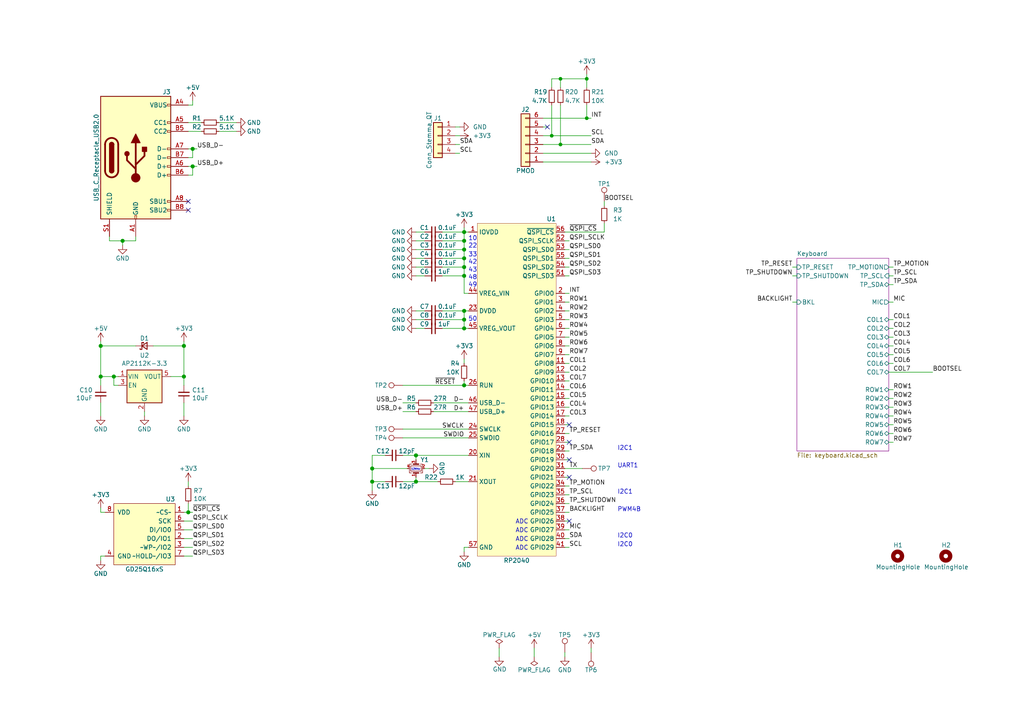
<source format=kicad_sch>
(kicad_sch (version 20210621) (generator eeschema)
  (paper "A4")
  (lib_symbols
    (symbol "Connector:TestPoint" (pin_numbers hide) (pin_names (offset 0.762) hide)
      (property "Reference" "TP" (at 0 6.858 0))
      (property "Value" "TestPoint" (at 0 5.08 0))
      (symbol "TestPoint_0_1"
        (circle (center 0 3.302) (radius 0.762))
      )
      (symbol "TestPoint_1_1"
        (pin passive line (at 0 0 90) (length 2.54) (name "1") (number "1"))
      )
    )
    (symbol "Connector:USB_C_Receptacle_USB2.0" (pin_names (offset 1.016))
      (property "Reference" "J" (at -10.16 19.05 0))
      (property "Value" "USB_C_Receptacle_USB2.0" (at 19.05 19.05 0))
      (symbol "USB_C_Receptacle_USB2.0_0_0"
        (rectangle (start -0.254 -17.78) (end 0.254 -16.764))
        (rectangle (start 10.16 -14.986) (end 9.144 -15.494))
        (rectangle (start 10.16 -12.446) (end 9.144 -12.954))
        (rectangle (start 10.16 -4.826) (end 9.144 -5.334))
        (rectangle (start 10.16 -2.286) (end 9.144 -2.794))
        (rectangle (start 10.16 0.254) (end 9.144 -0.254))
        (rectangle (start 10.16 2.794) (end 9.144 2.286))
        (rectangle (start 10.16 7.874) (end 9.144 7.366))
        (rectangle (start 10.16 10.414) (end 9.144 9.906))
        (rectangle (start 10.16 15.494) (end 9.144 14.986))
      )
      (symbol "USB_C_Receptacle_USB2.0_0_1"
        (arc (start -8.89 -3.81) (end -5.08 -3.81) (radius (at -6.985 -3.81) (length 1.905) (angles -179.9 -0.1)) (stroke (width 0.508)))
        (arc (start -7.62 -3.81) (end -6.35 -3.81) (radius (at -6.985 -3.81) (length 0.635) (angles -179.9 -0.1)) (stroke (width 0.254)))
        (arc (start -6.35 3.81) (end -7.62 3.81) (radius (at -6.985 3.81) (length 0.635) (angles 0.1 179.9)) (stroke (width 0.254)))
        (arc (start -5.08 3.81) (end -8.89 3.81) (radius (at -6.985 3.81) (length 1.905) (angles 0.1 179.9)) (stroke (width 0.508)))
        (arc (start -7.62 -3.81) (end -6.35 -3.81) (radius (at -6.985 -3.81) (length 0.635) (angles -179.9 -0.1)) (stroke (width 0.254)) (fill (type outline)))
        (arc (start -6.35 3.81) (end -7.62 3.81) (radius (at -6.985 3.81) (length 0.635) (angles 0.1 179.9)) (stroke (width 0.254)) (fill (type outline)))
        (circle (center -2.54 1.143) (radius 0.635) (stroke (width 0.254)) (fill (type outline)))
        (circle (center 0 -5.842) (radius 1.27) (fill (type outline)))
        (rectangle (start -7.62 -3.81) (end -6.35 3.81) (stroke (width 0.254)) (fill (type outline)))
        (rectangle (start 1.905 1.778) (end 3.175 3.048) (stroke (width 0.254)) (fill (type outline)))
        (rectangle (start -10.16 17.78) (end 10.16 -17.78) (stroke (width 0.254)) (fill (type background)))
        (polyline (pts (xy -8.89 -3.81) (xy -8.89 3.81)) (stroke (width 0.508)))
        (polyline (pts (xy -5.08 3.81) (xy -5.08 -3.81)) (stroke (width 0.508)))
        (polyline (pts (xy 0 -5.842) (xy 0 4.318)) (stroke (width 0.508)))
        (polyline (pts (xy 0 -3.302) (xy -2.54 -0.762) (xy -2.54 0.508)) (stroke (width 0.508)))
        (polyline (pts (xy 0 -2.032) (xy 2.54 0.508) (xy 2.54 1.778)) (stroke (width 0.508)))
        (polyline (pts (xy -1.27 4.318) (xy 0 6.858) (xy 1.27 4.318) (xy -1.27 4.318)) (stroke (width 0.254)) (fill (type outline)))
      )
      (symbol "USB_C_Receptacle_USB2.0_1_1"
        (pin passive line (at 0 -22.86 90) (length 5.08) (name "GND") (number "A1"))
        (pin passive line (at 0 -22.86 90) (length 5.08) hide (name "GND") (number "A12"))
        (pin passive line (at 15.24 15.24 180) (length 5.08) (name "VBUS") (number "A4"))
        (pin bidirectional line (at 15.24 10.16 180) (length 5.08) (name "CC1") (number "A5"))
        (pin bidirectional line (at 15.24 -2.54 180) (length 5.08) (name "D+") (number "A6"))
        (pin bidirectional line (at 15.24 2.54 180) (length 5.08) (name "D-") (number "A7"))
        (pin bidirectional line (at 15.24 -12.7 180) (length 5.08) (name "SBU1") (number "A8"))
        (pin passive line (at 15.24 15.24 180) (length 5.08) hide (name "VBUS") (number "A9"))
        (pin passive line (at 0 -22.86 90) (length 5.08) hide (name "GND") (number "B1"))
        (pin passive line (at 0 -22.86 90) (length 5.08) hide (name "GND") (number "B12"))
        (pin passive line (at 15.24 15.24 180) (length 5.08) hide (name "VBUS") (number "B4"))
        (pin bidirectional line (at 15.24 7.62 180) (length 5.08) (name "CC2") (number "B5"))
        (pin bidirectional line (at 15.24 -5.08 180) (length 5.08) (name "D+") (number "B6"))
        (pin bidirectional line (at 15.24 0 180) (length 5.08) (name "D-") (number "B7"))
        (pin bidirectional line (at 15.24 -15.24 180) (length 5.08) (name "SBU2") (number "B8"))
        (pin passive line (at 15.24 15.24 180) (length 5.08) hide (name "VBUS") (number "B9"))
        (pin passive line (at -7.62 -22.86 90) (length 5.08) (name "SHIELD") (number "S1"))
      )
    )
    (symbol "Connector_Generic:Conn_01x04" (pin_names (offset 1.016) hide)
      (property "Reference" "J" (at 0 5.08 0))
      (property "Value" "Conn_01x04" (at 0 -7.62 0))
      (symbol "Conn_01x04_1_1"
        (rectangle (start -1.27 -4.953) (end 0 -5.207) (stroke (width 0.1524)))
        (rectangle (start -1.27 -2.413) (end 0 -2.667) (stroke (width 0.1524)))
        (rectangle (start -1.27 0.127) (end 0 -0.127) (stroke (width 0.1524)))
        (rectangle (start -1.27 2.667) (end 0 2.413) (stroke (width 0.1524)))
        (rectangle (start -1.27 3.81) (end 1.27 -6.35) (stroke (width 0.254)) (fill (type background)))
        (pin passive line (at -5.08 2.54 0) (length 3.81) (name "Pin_1") (number "1"))
        (pin passive line (at -5.08 0 0) (length 3.81) (name "Pin_2") (number "2"))
        (pin passive line (at -5.08 -2.54 0) (length 3.81) (name "Pin_3") (number "3"))
        (pin passive line (at -5.08 -5.08 0) (length 3.81) (name "Pin_4") (number "4"))
      )
    )
    (symbol "Connector_Generic:Conn_01x06" (pin_names (offset 1.016) hide)
      (property "Reference" "J" (at 0 7.62 0))
      (property "Value" "Conn_01x06" (at 0 -10.16 0))
      (symbol "Conn_01x06_1_1"
        (rectangle (start -1.27 -7.493) (end 0 -7.747) (stroke (width 0.1524)))
        (rectangle (start -1.27 -4.953) (end 0 -5.207) (stroke (width 0.1524)))
        (rectangle (start -1.27 -2.413) (end 0 -2.667) (stroke (width 0.1524)))
        (rectangle (start -1.27 0.127) (end 0 -0.127) (stroke (width 0.1524)))
        (rectangle (start -1.27 2.667) (end 0 2.413) (stroke (width 0.1524)))
        (rectangle (start -1.27 5.207) (end 0 4.953) (stroke (width 0.1524)))
        (rectangle (start -1.27 6.35) (end 1.27 -8.89) (stroke (width 0.254)) (fill (type background)))
        (pin passive line (at -5.08 5.08 0) (length 3.81) (name "Pin_1") (number "1"))
        (pin passive line (at -5.08 2.54 0) (length 3.81) (name "Pin_2") (number "2"))
        (pin passive line (at -5.08 0 0) (length 3.81) (name "Pin_3") (number "3"))
        (pin passive line (at -5.08 -2.54 0) (length 3.81) (name "Pin_4") (number "4"))
        (pin passive line (at -5.08 -5.08 0) (length 3.81) (name "Pin_5") (number "5"))
        (pin passive line (at -5.08 -7.62 0) (length 3.81) (name "Pin_6") (number "6"))
      )
    )
    (symbol "Device:C_Small" (pin_numbers hide) (pin_names (offset 0.254) hide)
      (property "Reference" "C" (at 0.254 1.778 0))
      (property "Value" "C_Small" (at 0.254 -2.032 0))
      (symbol "C_Small_0_1"
        (polyline (pts (xy -1.524 -0.508) (xy 1.524 -0.508)) (stroke (width 0.3302)))
        (polyline (pts (xy -1.524 0.508) (xy 1.524 0.508)) (stroke (width 0.3048)))
      )
      (symbol "C_Small_1_1"
        (pin passive line (at 0 2.54 270) (length 2.032) (name "~") (number "1"))
        (pin passive line (at 0 -2.54 90) (length 2.032) (name "~") (number "2"))
      )
    )
    (symbol "Device:Crystal_GND24_Small" (pin_names (offset 1.016) hide)
      (property "Reference" "Y" (at 1.27 4.445 0))
      (property "Value" "Crystal_GND24_Small" (at 1.27 2.54 0))
      (symbol "Crystal_GND24_Small_0_1"
        (rectangle (start -0.762 -1.524) (end 0.762 1.524))
        (polyline (pts (xy -1.27 -0.762) (xy -1.27 0.762)) (stroke (width 0.381)))
        (polyline (pts (xy 1.27 -0.762) (xy 1.27 0.762)) (stroke (width 0.381)))
        (polyline (pts (xy -1.27 -1.27) (xy -1.27 -1.905) (xy 1.27 -1.905) (xy 1.27 -1.27)))
        (polyline (pts (xy -1.27 1.27) (xy -1.27 1.905) (xy 1.27 1.905) (xy 1.27 1.27)))
      )
      (symbol "Crystal_GND24_Small_1_1"
        (pin passive line (at -2.54 0 0) (length 1.27) (name "1") (number "1"))
        (pin passive line (at 0 -2.54 90) (length 0.635) (name "2") (number "2"))
        (pin passive line (at 2.54 0 180) (length 1.27) (name "3") (number "3"))
        (pin passive line (at 0 2.54 270) (length 0.635) (name "4") (number "4"))
      )
    )
    (symbol "Device:D_Schottky_Small" (pin_numbers hide) (pin_names (offset 0.254) hide)
      (property "Reference" "D" (at -1.27 2.032 0))
      (property "Value" "D_Schottky_Small" (at -7.112 -2.032 0))
      (symbol "D_Schottky_Small_0_1"
        (polyline (pts (xy -0.762 0) (xy 0.762 0)))
        (polyline (pts (xy 0.762 -1.016) (xy -0.762 0) (xy 0.762 1.016) (xy 0.762 -1.016)) (stroke (width 0.254)))
        (polyline (pts (xy -1.27 0.762) (xy -1.27 1.016) (xy -0.762 1.016) (xy -0.762 -1.016) (xy -0.254 -1.016) (xy -0.254 -0.762)) (stroke (width 0.254)))
      )
      (symbol "D_Schottky_Small_1_1"
        (pin passive line (at -2.54 0 0) (length 1.778) (name "K") (number "1"))
        (pin passive line (at 2.54 0 180) (length 1.778) (name "A") (number "2"))
      )
    )
    (symbol "Device:R_Small" (pin_numbers hide) (pin_names (offset 0.254) hide)
      (property "Reference" "R" (at 0.762 0.508 0))
      (property "Value" "R_Small" (at 0.762 -1.016 0))
      (symbol "R_Small_0_1"
        (rectangle (start -0.762 1.778) (end 0.762 -1.778) (stroke (width 0.2032)))
      )
      (symbol "R_Small_1_1"
        (pin passive line (at 0 2.54 270) (length 0.762) (name "~") (number "1"))
        (pin passive line (at 0 -2.54 90) (length 0.762) (name "~") (number "2"))
      )
    )
    (symbol "MCU_RaspberryPi:RP2040"
      (property "Reference" "U" (at 11.43 1.27 0))
      (property "Value" "RP2040" (at 0 -97.79 0))
      (symbol "RP2040_0_0"
        (pin power_in line (at -13.97 -2.54 0) (length 2.54) (name "IOVDD") (number "1"))
        (pin passive line (at -13.97 -2.54 0) (length 2.54) hide (name "IOVDD") (number "10"))
        (pin bidirectional line (at 13.97 -40.64 180) (length 2.54) (name "GPIO8") (number "11"))
        (pin bidirectional line (at 13.97 -20.32 180) (length 2.54) (name "GPIO0") (number "2"))
        (pin bidirectional line (at 13.97 -22.86 180) (length 2.54) (name "GPIO1") (number "3"))
        (pin bidirectional line (at 13.97 -25.4 180) (length 2.54) (name "GPIO2") (number "4"))
        (pin bidirectional line (at 13.97 -27.94 180) (length 2.54) (name "GPIO3") (number "5"))
        (pin bidirectional line (at 13.97 -30.48 180) (length 2.54) (name "GPIO4") (number "6"))
        (pin bidirectional line (at 13.97 -33.02 180) (length 2.54) (name "GPIO5") (number "7"))
        (pin bidirectional line (at 13.97 -35.56 180) (length 2.54) (name "GPIO6") (number "8"))
        (pin bidirectional line (at 13.97 -38.1 180) (length 2.54) (name "GPIO7") (number "9"))
      )
      (symbol "RP2040_0_1"
        (rectangle (start -11.43 0) (end 11.43 -96.52) (stroke (width 0.001)) (fill (type background)))
      )
      (symbol "RP2040_1_1"
        (pin bidirectional line (at 13.97 -43.18 180) (length 2.54) (name "GPIO9") (number "12"))
        (pin bidirectional line (at 13.97 -45.72 180) (length 2.54) (name "GPIO10") (number "13"))
        (pin bidirectional line (at 13.97 -48.26 180) (length 2.54) (name "GPIO11") (number "14"))
        (pin bidirectional line (at 13.97 -50.8 180) (length 2.54) (name "GPIO12") (number "15"))
        (pin bidirectional line (at 13.97 -53.34 180) (length 2.54) (name "GPIO13") (number "16"))
        (pin bidirectional line (at 13.97 -55.88 180) (length 2.54) (name "GPIO14") (number "17"))
        (pin bidirectional line (at 13.97 -58.42 180) (length 2.54) (name "GPIO15") (number "18"))
        (pin passive line (at -13.97 -93.98 0) (length 2.54) hide (name "TESTEN") (number "19"))
        (pin input line (at -13.97 -67.31 0) (length 2.54) (name "XIN") (number "20"))
        (pin output line (at -13.97 -74.93 0) (length 2.54) (name "XOUT") (number "21"))
        (pin passive line (at -13.97 -2.54 0) (length 2.54) hide (name "IOVDD") (number "22"))
        (pin power_in line (at -13.97 -25.4 0) (length 2.54) (name "DVDD") (number "23"))
        (pin input line (at -13.97 -59.69 0) (length 2.54) (name "SWCLK") (number "24"))
        (pin bidirectional line (at -13.97 -62.23 0) (length 2.54) (name "SWDIO") (number "25"))
        (pin input line (at -13.97 -46.99 0) (length 2.54) (name "RUN") (number "26"))
        (pin bidirectional line (at 13.97 -60.96 180) (length 2.54) (name "GPIO16") (number "27"))
        (pin bidirectional line (at 13.97 -63.5 180) (length 2.54) (name "GPIO17") (number "28"))
        (pin bidirectional line (at 13.97 -66.04 180) (length 2.54) (name "GPIO18") (number "29"))
        (pin bidirectional line (at 13.97 -68.58 180) (length 2.54) (name "GPIO19") (number "30"))
        (pin bidirectional line (at 13.97 -71.12 180) (length 2.54) (name "GPIO20") (number "31"))
        (pin bidirectional line (at 13.97 -73.66 180) (length 2.54) (name "GPIO21") (number "32"))
        (pin passive line (at -13.97 -2.54 0) (length 2.54) hide (name "IOVDD") (number "33"))
        (pin bidirectional line (at 13.97 -76.2 180) (length 2.54) (name "GPIO22") (number "34"))
        (pin bidirectional line (at 13.97 -78.74 180) (length 2.54) (name "GPIO23") (number "35"))
        (pin bidirectional line (at 13.97 -81.28 180) (length 2.54) (name "GPIO24") (number "36"))
        (pin bidirectional line (at 13.97 -83.82 180) (length 2.54) (name "GPIO25") (number "37"))
        (pin bidirectional line (at 13.97 -86.36 180) (length 2.54) (name "GPIO26") (number "38"))
        (pin bidirectional line (at 13.97 -88.9 180) (length 2.54) (name "GPIO27") (number "39"))
        (pin bidirectional line (at 13.97 -91.44 180) (length 2.54) (name "GPIO28") (number "40"))
        (pin bidirectional line (at 13.97 -93.98 180) (length 2.54) (name "GPIO29") (number "41"))
        (pin passive line (at -13.97 -2.54 0) (length 2.54) hide (name "IOVDD") (number "42"))
        (pin passive line (at -13.97 -2.54 0) (length 2.54) hide (name "ADC_AVDD") (number "43"))
        (pin power_in line (at -13.97 -20.32 0) (length 2.54) (name "VREG_VIN") (number "44"))
        (pin power_out line (at -13.97 -30.48 0) (length 2.54) (name "VREG_VOUT") (number "45"))
        (pin bidirectional line (at -13.97 -52.07 0) (length 2.54) (name "USB_D-") (number "46"))
        (pin bidirectional line (at -13.97 -54.61 0) (length 2.54) (name "USB_D+") (number "47"))
        (pin passive line (at -13.97 -2.54 0) (length 2.54) hide (name "USB_VDD") (number "48"))
        (pin passive line (at -13.97 -2.54 0) (length 2.54) hide (name "IOVDD") (number "49"))
        (pin passive line (at -13.97 -25.4 0) (length 2.54) hide (name "DVDD") (number "50"))
        (pin bidirectional line (at 13.97 -15.24 180) (length 2.54) (name "QSPI_SD3") (number "51"))
        (pin output line (at 13.97 -5.08 180) (length 2.54) (name "QSPI_SCLK") (number "52"))
        (pin bidirectional line (at 13.97 -7.62 180) (length 2.54) (name "QSPI_SD0") (number "53"))
        (pin bidirectional line (at 13.97 -12.7 180) (length 2.54) (name "QSPI_SD2") (number "54"))
        (pin bidirectional line (at 13.97 -10.16 180) (length 2.54) (name "QSPI_SD1") (number "55"))
        (pin input line (at 13.97 -2.54 180) (length 2.54) (name "~{QSPI_CS}") (number "56"))
        (pin power_in line (at -13.97 -93.98 0) (length 2.54) (name "GND") (number "57"))
      )
    )
    (symbol "Mechanical:MountingHole" (pin_names (offset 1.016))
      (property "Reference" "H" (at 0 5.08 0))
      (property "Value" "MountingHole" (at 0 3.175 0))
      (symbol "MountingHole_0_1"
        (circle (center 0 0) (radius 1.27) (stroke (width 1.27)))
      )
    )
    (symbol "Memory_Flash_Extra:W25Q64JV" (pin_names (offset 1.016))
      (property "Reference" "U" (at 8.89 10.16 0))
      (property "Value" "W25Q64JV" (at 0 -10.16 0))
      (symbol "W25Q64JV_0_1"
        (rectangle (start -8.89 8.89) (end 8.89 -8.89) (fill (type background)))
      )
      (symbol "W25Q64JV_1_1"
        (pin input line (at 11.43 6.35 180) (length 2.54) (name "~CS~") (number "1"))
        (pin bidirectional line (at 11.43 -1.27 180) (length 2.54) (name "DO/IO1") (number "2"))
        (pin bidirectional line (at 11.43 -3.81 180) (length 2.54) (name "~WP~/IO2") (number "3"))
        (pin power_in line (at -11.43 -6.35 0) (length 2.54) (name "GND") (number "4"))
        (pin bidirectional line (at 11.43 1.27 180) (length 2.54) (name "DI/IO0") (number "5"))
        (pin input line (at 11.43 3.81 180) (length 2.54) (name "SCK") (number "6"))
        (pin bidirectional line (at 11.43 -6.35 180) (length 2.54) (name "~HOLD~/IO3") (number "7"))
        (pin power_in line (at -11.43 6.35 0) (length 2.54) (name "VDD") (number "8"))
        (pin passive line (at -11.43 -6.35 0) (length 2.54) hide (name "GND") (number "9"))
      )
    )
    (symbol "Regulator_Linear:AP2112K-3.3" (pin_names (offset 0.254))
      (property "Reference" "U" (at -5.08 5.715 0))
      (property "Value" "AP2112K-3.3" (at 0 5.715 0))
      (symbol "AP2112K-3.3_0_1"
        (rectangle (start -5.08 4.445) (end 5.08 -5.08) (stroke (width 0.254)) (fill (type background)))
      )
      (symbol "AP2112K-3.3_1_1"
        (pin power_in line (at -7.62 2.54 0) (length 2.54) (name "VIN") (number "1"))
        (pin power_in line (at 0 -7.62 90) (length 2.54) (name "GND") (number "2"))
        (pin input line (at -7.62 0 0) (length 2.54) (name "EN") (number "3"))
        (pin no_connect line (at 5.08 0 180) (length 2.54) hide (name "NC") (number "4"))
        (pin power_out line (at 7.62 2.54 180) (length 2.54) (name "VOUT") (number "5"))
      )
    )
    (symbol "power:+3.3V" (power) (pin_names (offset 0))
      (property "Value" "+3.3V" (at 0 3.556 0))
      (symbol "+3.3V_0_1"
        (polyline (pts (xy -0.762 1.27) (xy 0 2.54)))
        (polyline (pts (xy 0 0) (xy 0 2.54)))
        (polyline (pts (xy 0 2.54) (xy 0.762 1.27)))
      )
      (symbol "+3.3V_1_1"
        (pin power_in line (at 0 0 90) (length 0) hide (name "+3V3") (number "1"))
      )
    )
    (symbol "power:+3V3" (power) (pin_names (offset 0))
      (property "Value" "+3V3" (at 0 3.556 0))
      (symbol "+3V3_0_1"
        (polyline (pts (xy -0.762 1.27) (xy 0 2.54)))
        (polyline (pts (xy 0 0) (xy 0 2.54)))
        (polyline (pts (xy 0 2.54) (xy 0.762 1.27)))
      )
      (symbol "+3V3_1_1"
        (pin power_in line (at 0 0 90) (length 0) hide (name "+3V3") (number "1"))
      )
    )
    (symbol "power:+5V" (power) (pin_names (offset 0))
      (property "Value" "+5V" (at 0 3.556 0))
      (symbol "+5V_0_1"
        (polyline (pts (xy -0.762 1.27) (xy 0 2.54)))
        (polyline (pts (xy 0 0) (xy 0 2.54)))
        (polyline (pts (xy 0 2.54) (xy 0.762 1.27)))
      )
      (symbol "+5V_1_1"
        (pin power_in line (at 0 0 90) (length 0) hide (name "+5V") (number "1"))
      )
    )
    (symbol "power:GND" (power) (pin_names (offset 0))
      (property "Value" "GND" (at 0 -3.81 0))
      (symbol "GND_0_1"
        (polyline (pts (xy 0 0) (xy 0 -1.27) (xy 1.27 -1.27) (xy 0 -2.54) (xy -1.27 -1.27) (xy 0 -1.27)))
      )
      (symbol "GND_1_1"
        (pin power_in line (at 0 0 270) (length 0) hide (name "GND") (number "1"))
      )
    )
    (symbol "power:PWR_FLAG" (power) (pin_numbers hide) (pin_names (offset 0) hide)
      (property "Value" "PWR_FLAG" (at 0 3.81 0))
      (symbol "PWR_FLAG_0_0"
        (pin power_out line (at 0 0 90) (length 0) (name "pwr") (number "1"))
      )
      (symbol "PWR_FLAG_0_1"
        (polyline (pts (xy 0 0) (xy 0 1.27) (xy -1.016 1.905) (xy 0 2.54) (xy 1.016 1.905) (xy 0 1.27)))
      )
    )
  )
  (junction (at 29.21 100.33) (diameter 1.016))
  (junction (at 29.21 109.22) (diameter 1.016))
  (junction (at 33.02 109.22) (diameter 1.016))
  (junction (at 35.56 69.85) (diameter 1.016))
  (junction (at 53.34 100.33) (diameter 1.016))
  (junction (at 53.34 109.22) (diameter 1.016))
  (junction (at 54.61 148.59) (diameter 1.016))
  (junction (at 55.88 43.18) (diameter 1.016))
  (junction (at 55.88 48.26) (diameter 1.016))
  (junction (at 107.95 135.89) (diameter 1.016))
  (junction (at 107.95 139.7) (diameter 1.016))
  (junction (at 120.65 132.08) (diameter 1.016))
  (junction (at 120.65 139.7) (diameter 1.016))
  (junction (at 134.62 67.31) (diameter 1.016))
  (junction (at 134.62 69.85) (diameter 1.016))
  (junction (at 134.62 72.39) (diameter 1.016))
  (junction (at 134.62 74.93) (diameter 1.016))
  (junction (at 134.62 77.47) (diameter 1.016))
  (junction (at 134.62 80.01) (diameter 1.016))
  (junction (at 134.62 90.17) (diameter 1.016))
  (junction (at 134.62 92.71) (diameter 1.016))
  (junction (at 134.62 95.25) (diameter 1.016))
  (junction (at 134.62 111.76) (diameter 1.016))
  (junction (at 160.02 39.37))
  (junction (at 162.56 22.86))
  (junction (at 162.56 41.91))
  (junction (at 170.18 22.86))
  (junction (at 170.18 34.29))
  (no_connect (at 54.61 58.42))
  (no_connect (at 54.61 60.96))
  (no_connect (at 158.75 36.83))
  (no_connect (at 165.1 123.19))
  (no_connect (at 165.1 128.27))
  (no_connect (at 165.1 133.35))
  (no_connect (at 165.1 138.43))
  (no_connect (at 165.1 151.13))
  (wire (pts (xy 29.21 100.33) (xy 29.21 99.06)))
  (wire (pts (xy 29.21 100.33) (xy 29.21 109.22)))
  (wire (pts (xy 29.21 109.22) (xy 29.21 111.76)))
  (wire (pts (xy 29.21 109.22) (xy 33.02 109.22)))
  (wire (pts (xy 29.21 116.84) (xy 29.21 120.65)))
  (wire (pts (xy 29.21 148.59) (xy 29.21 147.32)))
  (wire (pts (xy 29.21 161.29) (xy 29.21 162.56)))
  (wire (pts (xy 30.48 148.59) (xy 29.21 148.59)))
  (wire (pts (xy 30.48 161.29) (xy 29.21 161.29)))
  (wire (pts (xy 31.75 69.85) (xy 31.75 68.58)))
  (wire (pts (xy 33.02 111.76) (xy 33.02 109.22)))
  (wire (pts (xy 34.29 109.22) (xy 33.02 109.22)))
  (wire (pts (xy 34.29 111.76) (xy 33.02 111.76)))
  (wire (pts (xy 35.56 69.85) (xy 31.75 69.85)))
  (wire (pts (xy 35.56 69.85) (xy 35.56 71.12)))
  (wire (pts (xy 39.37 68.58) (xy 39.37 69.85)))
  (wire (pts (xy 39.37 69.85) (xy 35.56 69.85)))
  (wire (pts (xy 39.37 100.33) (xy 29.21 100.33)))
  (wire (pts (xy 41.91 119.38) (xy 41.91 120.65)))
  (wire (pts (xy 44.45 100.33) (xy 53.34 100.33)))
  (wire (pts (xy 49.53 109.22) (xy 53.34 109.22)))
  (wire (pts (xy 53.34 99.06) (xy 53.34 100.33)))
  (wire (pts (xy 53.34 100.33) (xy 53.34 109.22)))
  (wire (pts (xy 53.34 109.22) (xy 53.34 111.76)))
  (wire (pts (xy 53.34 116.84) (xy 53.34 120.65)))
  (wire (pts (xy 53.34 148.59) (xy 54.61 148.59)))
  (wire (pts (xy 53.34 151.13) (xy 55.88 151.13)))
  (wire (pts (xy 53.34 153.67) (xy 55.88 153.67)))
  (wire (pts (xy 53.34 156.21) (xy 55.88 156.21)))
  (wire (pts (xy 53.34 158.75) (xy 55.88 158.75)))
  (wire (pts (xy 53.34 161.29) (xy 55.88 161.29)))
  (wire (pts (xy 54.61 30.48) (xy 55.88 30.48)))
  (wire (pts (xy 54.61 35.56) (xy 58.42 35.56)))
  (wire (pts (xy 54.61 38.1) (xy 58.42 38.1)))
  (wire (pts (xy 54.61 43.18) (xy 55.88 43.18)))
  (wire (pts (xy 54.61 45.72) (xy 55.88 45.72)))
  (wire (pts (xy 54.61 48.26) (xy 55.88 48.26)))
  (wire (pts (xy 54.61 50.8) (xy 55.88 50.8)))
  (wire (pts (xy 54.61 139.7) (xy 54.61 140.97)))
  (wire (pts (xy 54.61 148.59) (xy 54.61 146.05)))
  (wire (pts (xy 55.88 30.48) (xy 55.88 29.21)))
  (wire (pts (xy 55.88 45.72) (xy 55.88 43.18)))
  (wire (pts (xy 55.88 48.26) (xy 57.15 48.26)))
  (wire (pts (xy 55.88 50.8) (xy 55.88 48.26)))
  (wire (pts (xy 55.88 148.59) (xy 54.61 148.59)))
  (wire (pts (xy 57.15 43.18) (xy 55.88 43.18)))
  (wire (pts (xy 63.5 35.56) (xy 68.58 35.56)))
  (wire (pts (xy 63.5 38.1) (xy 68.58 38.1)))
  (wire (pts (xy 107.95 132.08) (xy 107.95 135.89)))
  (wire (pts (xy 107.95 132.08) (xy 111.76 132.08)))
  (wire (pts (xy 107.95 135.89) (xy 107.95 139.7)))
  (wire (pts (xy 107.95 139.7) (xy 107.95 142.24)))
  (wire (pts (xy 107.95 139.7) (xy 111.76 139.7)))
  (wire (pts (xy 116.84 111.76) (xy 134.62 111.76)))
  (wire (pts (xy 116.84 116.84) (xy 120.65 116.84)))
  (wire (pts (xy 116.84 119.38) (xy 120.65 119.38)))
  (wire (pts (xy 116.84 124.46) (xy 135.89 124.46)))
  (wire (pts (xy 116.84 127) (xy 135.89 127)))
  (wire (pts (xy 116.84 132.08) (xy 120.65 132.08)))
  (wire (pts (xy 116.84 139.7) (xy 120.65 139.7)))
  (wire (pts (xy 118.11 135.89) (xy 107.95 135.89)))
  (wire (pts (xy 120.65 67.31) (xy 123.19 67.31)))
  (wire (pts (xy 120.65 69.85) (xy 123.19 69.85)))
  (wire (pts (xy 120.65 72.39) (xy 123.19 72.39)))
  (wire (pts (xy 120.65 74.93) (xy 123.19 74.93)))
  (wire (pts (xy 120.65 77.47) (xy 123.19 77.47)))
  (wire (pts (xy 120.65 80.01) (xy 123.19 80.01)))
  (wire (pts (xy 120.65 90.17) (xy 123.19 90.17)))
  (wire (pts (xy 120.65 92.71) (xy 123.19 92.71)))
  (wire (pts (xy 120.65 95.25) (xy 123.19 95.25)))
  (wire (pts (xy 120.65 132.08) (xy 120.65 133.35)))
  (wire (pts (xy 120.65 132.08) (xy 135.89 132.08)))
  (wire (pts (xy 120.65 138.43) (xy 120.65 139.7)))
  (wire (pts (xy 120.65 139.7) (xy 127 139.7)))
  (wire (pts (xy 123.19 135.89) (xy 124.46 135.89)))
  (wire (pts (xy 125.73 116.84) (xy 135.89 116.84)))
  (wire (pts (xy 125.73 119.38) (xy 135.89 119.38)))
  (wire (pts (xy 128.27 67.31) (xy 134.62 67.31)))
  (wire (pts (xy 128.27 69.85) (xy 134.62 69.85)))
  (wire (pts (xy 128.27 72.39) (xy 134.62 72.39)))
  (wire (pts (xy 128.27 74.93) (xy 134.62 74.93)))
  (wire (pts (xy 128.27 77.47) (xy 134.62 77.47)))
  (wire (pts (xy 128.27 80.01) (xy 134.62 80.01)))
  (wire (pts (xy 128.27 90.17) (xy 134.62 90.17)))
  (wire (pts (xy 128.27 92.71) (xy 134.62 92.71)))
  (wire (pts (xy 128.27 95.25) (xy 134.62 95.25)))
  (wire (pts (xy 132.08 36.83) (xy 133.35 36.83)))
  (wire (pts (xy 132.08 39.37) (xy 133.35 39.37)))
  (wire (pts (xy 132.08 41.91) (xy 133.35 41.91)))
  (wire (pts (xy 132.08 44.45) (xy 133.35 44.45)))
  (wire (pts (xy 132.08 139.7) (xy 135.89 139.7)))
  (wire (pts (xy 134.62 66.04) (xy 134.62 67.31)))
  (wire (pts (xy 134.62 67.31) (xy 134.62 69.85)))
  (wire (pts (xy 134.62 67.31) (xy 135.89 67.31)))
  (wire (pts (xy 134.62 69.85) (xy 134.62 72.39)))
  (wire (pts (xy 134.62 72.39) (xy 134.62 74.93)))
  (wire (pts (xy 134.62 74.93) (xy 134.62 77.47)))
  (wire (pts (xy 134.62 77.47) (xy 134.62 80.01)))
  (wire (pts (xy 134.62 80.01) (xy 134.62 85.09)))
  (wire (pts (xy 134.62 90.17) (xy 135.89 90.17)))
  (wire (pts (xy 134.62 92.71) (xy 134.62 90.17)))
  (wire (pts (xy 134.62 95.25) (xy 134.62 92.71)))
  (wire (pts (xy 134.62 95.25) (xy 135.89 95.25)))
  (wire (pts (xy 134.62 104.14) (xy 134.62 105.41)))
  (wire (pts (xy 134.62 111.76) (xy 134.62 110.49)))
  (wire (pts (xy 134.62 111.76) (xy 135.89 111.76)))
  (wire (pts (xy 134.62 158.75) (xy 134.62 160.02)))
  (wire (pts (xy 135.89 85.09) (xy 134.62 85.09)))
  (wire (pts (xy 135.89 158.75) (xy 134.62 158.75)))
  (wire (pts (xy 144.78 187.96) (xy 144.78 190.5)))
  (wire (pts (xy 154.94 187.96) (xy 154.94 190.5)))
  (wire (pts (xy 157.48 34.29) (xy 170.18 34.29)))
  (wire (pts (xy 157.48 36.83) (xy 158.75 36.83)))
  (wire (pts (xy 157.48 39.37) (xy 160.02 39.37)))
  (wire (pts (xy 157.48 41.91) (xy 162.56 41.91)))
  (wire (pts (xy 157.48 44.45) (xy 171.45 44.45)))
  (wire (pts (xy 157.48 46.99) (xy 171.45 46.99)))
  (wire (pts (xy 160.02 22.86) (xy 162.56 22.86)))
  (wire (pts (xy 160.02 25.4) (xy 160.02 22.86)))
  (wire (pts (xy 160.02 30.48) (xy 160.02 39.37)))
  (wire (pts (xy 160.02 39.37) (xy 171.45 39.37)))
  (wire (pts (xy 162.56 22.86) (xy 162.56 25.4)))
  (wire (pts (xy 162.56 22.86) (xy 170.18 22.86)))
  (wire (pts (xy 162.56 30.48) (xy 162.56 41.91)))
  (wire (pts (xy 162.56 41.91) (xy 171.45 41.91)))
  (wire (pts (xy 163.83 67.31) (xy 175.26 67.31)))
  (wire (pts (xy 163.83 85.09) (xy 165.1 85.09)))
  (wire (pts (xy 163.83 87.63) (xy 165.1 87.63)))
  (wire (pts (xy 163.83 90.17) (xy 165.1 90.17)))
  (wire (pts (xy 163.83 92.71) (xy 165.1 92.71)))
  (wire (pts (xy 163.83 95.25) (xy 165.1 95.25)))
  (wire (pts (xy 163.83 97.79) (xy 165.1 97.79)))
  (wire (pts (xy 163.83 100.33) (xy 165.1 100.33)))
  (wire (pts (xy 163.83 102.87) (xy 165.1 102.87)))
  (wire (pts (xy 163.83 105.41) (xy 165.1 105.41)))
  (wire (pts (xy 163.83 107.95) (xy 165.1 107.95)))
  (wire (pts (xy 163.83 110.49) (xy 165.1 110.49)))
  (wire (pts (xy 163.83 113.03) (xy 165.1 113.03)))
  (wire (pts (xy 163.83 115.57) (xy 165.1 115.57)))
  (wire (pts (xy 163.83 118.11) (xy 165.1 118.11)))
  (wire (pts (xy 163.83 120.65) (xy 165.1 120.65)))
  (wire (pts (xy 163.83 125.73) (xy 165.1 125.73)))
  (wire (pts (xy 163.83 128.27) (xy 165.1 128.27)))
  (wire (pts (xy 163.83 130.81) (xy 165.1 130.81)))
  (wire (pts (xy 163.83 133.35) (xy 165.1 133.35)))
  (wire (pts (xy 163.83 135.89) (xy 168.91 135.89)))
  (wire (pts (xy 163.83 138.43) (xy 165.1 138.43)))
  (wire (pts (xy 163.83 140.97) (xy 165.1 140.97)))
  (wire (pts (xy 163.83 143.51) (xy 165.1 143.51)))
  (wire (pts (xy 163.83 146.05) (xy 165.1 146.05)))
  (wire (pts (xy 163.83 148.59) (xy 165.1 148.59)))
  (wire (pts (xy 163.83 151.13) (xy 165.1 151.13)))
  (wire (pts (xy 163.83 153.67) (xy 165.1 153.67)))
  (wire (pts (xy 163.83 156.21) (xy 165.1 156.21)))
  (wire (pts (xy 163.83 158.75) (xy 165.1 158.75)))
  (wire (pts (xy 163.83 189.23) (xy 163.83 190.5)))
  (wire (pts (xy 165.1 69.85) (xy 163.83 69.85)))
  (wire (pts (xy 165.1 72.39) (xy 163.83 72.39)))
  (wire (pts (xy 165.1 74.93) (xy 163.83 74.93)))
  (wire (pts (xy 165.1 77.47) (xy 163.83 77.47)))
  (wire (pts (xy 165.1 80.01) (xy 163.83 80.01)))
  (wire (pts (xy 165.1 123.19) (xy 163.83 123.19)))
  (wire (pts (xy 170.18 21.59) (xy 170.18 22.86)))
  (wire (pts (xy 170.18 22.86) (xy 170.18 25.4)))
  (wire (pts (xy 170.18 30.48) (xy 170.18 34.29)))
  (wire (pts (xy 170.18 34.29) (xy 171.45 34.29)))
  (wire (pts (xy 171.45 187.96) (xy 171.45 189.23)))
  (wire (pts (xy 175.26 58.42) (xy 175.26 59.69)))
  (wire (pts (xy 175.26 67.31) (xy 175.26 64.77)))
  (wire (pts (xy 229.87 77.47) (xy 231.14 77.47)))
  (wire (pts (xy 229.87 80.01) (xy 231.14 80.01)))
  (wire (pts (xy 229.87 87.63) (xy 231.14 87.63)))
  (wire (pts (xy 257.81 77.47) (xy 259.08 77.47)))
  (wire (pts (xy 257.81 80.01) (xy 259.08 80.01)))
  (wire (pts (xy 257.81 82.55) (xy 259.08 82.55)))
  (wire (pts (xy 257.81 87.63) (xy 259.08 87.63)))
  (wire (pts (xy 257.81 92.71) (xy 259.08 92.71)))
  (wire (pts (xy 257.81 95.25) (xy 259.08 95.25)))
  (wire (pts (xy 257.81 97.79) (xy 259.08 97.79)))
  (wire (pts (xy 257.81 100.33) (xy 259.08 100.33)))
  (wire (pts (xy 257.81 102.87) (xy 259.08 102.87)))
  (wire (pts (xy 257.81 105.41) (xy 259.08 105.41)))
  (wire (pts (xy 257.81 107.95) (xy 270.51 107.95)))
  (wire (pts (xy 257.81 113.03) (xy 259.08 113.03)))
  (wire (pts (xy 257.81 115.57) (xy 259.08 115.57)))
  (wire (pts (xy 257.81 118.11) (xy 259.08 118.11)))
  (wire (pts (xy 257.81 120.65) (xy 259.08 120.65)))
  (wire (pts (xy 257.81 123.19) (xy 259.08 123.19)))
  (wire (pts (xy 257.81 125.73) (xy 259.08 125.73)))
  (wire (pts (xy 257.81 128.27) (xy 259.08 128.27)))
  (text "12MHz" (at 121.92 136.525 180) (effects (font (size 0.508 0.508)) (justify right bottom)))
  (text "10" (at 138.43 69.977 180) (effects (font (size 1.27 1.27)) (justify right bottom)))
  (text "22" (at 138.43 72.136 180) (effects (font (size 1.27 1.27)) (justify right bottom)))
  (text "33" (at 138.43 74.676 180) (effects (font (size 1.27 1.27)) (justify right bottom)))
  (text "42" (at 138.43 76.835 180) (effects (font (size 1.27 1.27)) (justify right bottom)))
  (text "43" (at 138.43 79.121 180) (effects (font (size 1.27 1.27)) (justify right bottom)))
  (text "48" (at 138.43 81.28 180) (effects (font (size 1.27 1.27)) (justify right bottom)))
  (text "49" (at 138.43 83.439 180) (effects (font (size 1.27 1.27)) (justify right bottom)))
  (text "50" (at 138.43 93.345 180) (effects (font (size 1.27 1.27)) (justify right bottom)))
  (text "ADC" (at 149.479 152.146 0) (effects (font (size 1.27 1.27)) (justify left bottom)))
  (text "ADC" (at 149.479 154.686 0) (effects (font (size 1.27 1.27)) (justify left bottom)))
  (text "ADC" (at 149.479 157.226 0) (effects (font (size 1.27 1.27)) (justify left bottom)))
  (text "ADC" (at 149.479 159.766 0) (effects (font (size 1.27 1.27)) (justify left bottom)))
  (text "I2C1\n" (at 179.07 130.81 0) (effects (font (size 1.27 1.27)) (justify left bottom)))
  (text "UART1" (at 179.07 135.89 0) (effects (font (size 1.27 1.27)) (justify left bottom)))
  (text "I2C1\n" (at 179.07 143.51 0) (effects (font (size 1.27 1.27)) (justify left bottom)))
  (text "PWM4B" (at 179.07 148.59 0) (effects (font (size 1.27 1.27)) (justify left bottom)))
  (text "I2C0\n" (at 179.07 156.21 0) (effects (font (size 1.27 1.27)) (justify left bottom)))
  (text "I2C0\n" (at 179.07 158.75 0) (effects (font (size 1.27 1.27)) (justify left bottom)))
  (label "~{QSPI_CS}" (at 55.88 148.59 0))
  (label "QSPI_SCLK" (at 55.88 151.13 0))
  (label "QSPI_SD0" (at 55.88 153.67 0))
  (label "QSPI_SD1" (at 55.88 156.21 0))
  (label "QSPI_SD2" (at 55.88 158.75 0))
  (label "QSPI_SD3" (at 55.88 161.29 0))
  (label "USB_D-" (at 57.15 43.18 0))
  (label "USB_D+" (at 57.15 48.26 0))
  (label "USB_D-" (at 116.84 116.84 180))
  (label "USB_D+" (at 116.84 119.38 180))
  (label "~{RESET}" (at 132.08 111.76 180))
  (label "SDA" (at 133.35 41.91 0))
  (label "SCL" (at 133.35 44.45 0))
  (label "D-" (at 134.62 116.84 180))
  (label "D+" (at 134.62 119.38 180))
  (label "SWCLK" (at 134.62 124.46 180))
  (label "SWDIO" (at 134.62 127 180))
  (label "~{QSPI_CS}" (at 165.1 67.31 0))
  (label "QSPI_SCLK" (at 165.1 69.85 0))
  (label "QSPI_SD0" (at 165.1 72.39 0))
  (label "QSPI_SD1" (at 165.1 74.93 0))
  (label "QSPI_SD2" (at 165.1 77.47 0))
  (label "QSPI_SD3" (at 165.1 80.01 0))
  (label "INT" (at 165.1 85.09 0))
  (label "ROW1" (at 165.1 87.63 0))
  (label "ROW2" (at 165.1 90.17 0))
  (label "ROW3" (at 165.1 92.71 0))
  (label "ROW4" (at 165.1 95.25 0))
  (label "ROW5" (at 165.1 97.79 0))
  (label "ROW6" (at 165.1 100.33 0))
  (label "ROW7" (at 165.1 102.87 0))
  (label "COL1" (at 165.1 105.41 0))
  (label "COL2" (at 165.1 107.95 0))
  (label "COL7" (at 165.1 110.49 0))
  (label "COL6" (at 165.1 113.03 0))
  (label "COL5" (at 165.1 115.57 0))
  (label "COL4" (at 165.1 118.11 0))
  (label "COL3" (at 165.1 120.65 0))
  (label "TP_RESET" (at 165.1 125.73 0))
  (label "TP_SDA" (at 165.1 130.81 0))
  (label "TX" (at 165.1 135.89 0))
  (label "TP_MOTION" (at 165.1 140.97 0))
  (label "TP_SCL" (at 165.1 143.51 0))
  (label "TP_SHUTDOWN" (at 165.1 146.05 0))
  (label "BACKLIGHT" (at 165.1 148.59 0))
  (label "MIC" (at 165.1 153.67 0))
  (label "SDA" (at 165.1 156.21 0))
  (label "SCL" (at 165.1 158.75 0))
  (label "INT" (at 171.45 34.29 0))
  (label "SCL" (at 171.45 39.37 0))
  (label "SDA" (at 171.45 41.91 0))
  (label "BOOTSEL" (at 175.26 58.42 0))
  (label "TP_RESET" (at 229.87 77.47 180))
  (label "TP_SHUTDOWN" (at 229.87 80.01 180))
  (label "BACKLIGHT" (at 229.87 87.63 180))
  (label "TP_MOTION" (at 259.08 77.47 0))
  (label "TP_SCL" (at 259.08 80.01 0))
  (label "TP_SDA" (at 259.08 82.55 0))
  (label "MIC" (at 259.08 87.63 0))
  (label "COL1" (at 259.08 92.71 0))
  (label "COL2" (at 259.08 95.25 0))
  (label "COL3" (at 259.08 97.79 0))
  (label "COL4" (at 259.08 100.33 0))
  (label "COL5" (at 259.08 102.87 0))
  (label "COL6" (at 259.08 105.41 0))
  (label "COL7" (at 259.08 107.95 0))
  (label "ROW1" (at 259.08 113.03 0))
  (label "ROW2" (at 259.08 115.57 0))
  (label "ROW3" (at 259.08 118.11 0))
  (label "ROW4" (at 259.08 120.65 0))
  (label "ROW5" (at 259.08 123.19 0))
  (label "ROW6" (at 259.08 125.73 0))
  (label "ROW7" (at 259.08 128.27 0))
  (label "BOOTSEL" (at 270.51 107.95 0))
  (symbol (lib_id "power:+5V") (at 29.21 99.06 0) (unit 1)
    (property "Reference" "#PWR0115" (effects hide))
    (property "Value" "+5V" (at 29.21 95.25 0))
  )
  (symbol (lib_id "power:+3.3V") (at 29.21 147.32 0) (unit 1)
    (property "Reference" "#PWR0116" (effects hide))
    (property "Value" "+3.3V" (at 29.21 143.51 0))
  )
  (symbol (lib_id "power:+3.3V") (at 53.34 99.06 0) (unit 1)
    (property "Reference" "#PWR0114" (effects hide))
    (property "Value" "+3.3V" (at 53.34 95.25 0))
  )
  (symbol (lib_id "power:+3.3V") (at 54.61 139.7 0) (mirror y) (unit 1)
    (property "Reference" "#PWR0118" (effects hide))
    (property "Value" "+3.3V" (at 54.61 135.89 0))
  )
  (symbol (lib_id "power:+5V") (at 55.88 29.21 0) (unit 1)
    (property "Reference" "#PWR0104" (effects hide))
    (property "Value" "+5V" (at 55.88 25.4 0))
  )
  (symbol (lib_id "power:+3.3V") (at 133.35 39.37 270) (unit 1)
    (property "Reference" "#PWR0127" (effects hide))
    (property "Value" "+3.3V" (at 137.16 39.37 90) (effects (justify left)))
  )
  (symbol (lib_id "power:+3.3V") (at 134.62 66.04 0) (unit 1)
    (property "Reference" "#PWR0123" (effects hide))
    (property "Value" "+3.3V" (at 134.62 62.23 0))
  )
  (symbol (lib_id "power:+3V3") (at 134.62 104.14 0) (mirror y) (unit 1)
    (property "Reference" "#PWR0133" (effects hide))
    (property "Value" "+3V3" (at 134.62 100.33 0))
  )
  (symbol (lib_id "power:+5V") (at 154.94 187.96 0) (unit 1)
    (property "Reference" "#PWR0158" (effects hide))
    (property "Value" "+5V" (at 154.94 184.15 0))
  )
  (symbol (lib_id "power:+3.3V") (at 170.18 21.59 0) (unit 1)
    (property "Reference" "#PWR0131" (effects hide))
    (property "Value" "+3.3V" (at 170.18 17.78 0))
  )
  (symbol (lib_id "power:+3.3V") (at 171.45 46.99 270) (unit 1)
    (property "Reference" "#PWR0129" (effects hide))
    (property "Value" "+3.3V" (at 175.26 46.99 90) (effects (justify left)))
  )
  (symbol (lib_id "power:+3.3V") (at 171.45 187.96 0) (unit 1) (in_bom no)
    (property "Reference" "#PWR0121" (effects hide))
    (property "Value" "+3.3V" (at 171.45 184.15 0))
  )
  (symbol (lib_id "power:PWR_FLAG") (at 144.78 187.96 0) (unit 1)
    (property "Reference" "#FLG0102" (effects hide))
    (property "Value" "PWR_FLAG" (at 144.78 184.15 0))
  )
  (symbol (lib_id "power:PWR_FLAG") (at 154.94 190.5 180) (unit 1)
    (property "Reference" "#FLG0101" (effects hide))
    (property "Value" "PWR_FLAG" (at 154.94 194.31 0))
  )
  (symbol (lib_id "Connector:TestPoint") (at 116.84 111.76 90) (unit 1) (in_bom no)
    (property "Reference" "TP2" (at 110.49 111.76 90))
    (property "Value" "TP_RESET" (effects hide))
    (property "Footprint" "TestPoint:TestPoint_Pad_D1.5mm" (effects hide))
  )
  (symbol (lib_id "Connector:TestPoint") (at 116.84 124.46 90) (unit 1) (in_bom no)
    (property "Reference" "TP3" (at 110.49 124.46 90))
    (property "Value" "TP_SWCLK" (effects hide))
    (property "Footprint" "TestPoint:TestPoint_Pad_D1.5mm" (effects hide))
  )
  (symbol (lib_id "Connector:TestPoint") (at 116.84 127 90) (unit 1) (in_bom no)
    (property "Reference" "TP4" (at 110.49 127 90))
    (property "Value" "TP_SWDIO" (effects hide))
    (property "Footprint" "TestPoint:TestPoint_Pad_D1.5mm" (effects hide))
  )
  (symbol (lib_id "Connector:TestPoint") (at 163.83 189.23 0) (unit 1) (in_bom no)
    (property "Reference" "TP5" (at 163.83 184.15 0))
    (property "Value" "TP_GND" (effects hide))
    (property "Footprint" "TestPoint:TestPoint_Pad_D1.5mm" (effects hide))
  )
  (symbol (lib_id "Connector:TestPoint") (at 168.91 135.89 270) (unit 1) (in_bom no)
    (property "Reference" "TP7" (at 175.26 135.89 90))
    (property "Value" "TP_TX" (effects hide))
    (property "Footprint" "TestPoint:TestPoint_Pad_D1.5mm" (effects hide))
  )
  (symbol (lib_id "Connector:TestPoint") (at 171.45 189.23 180) (unit 1) (in_bom no)
    (property "Reference" "TP6" (at 171.45 194.31 0))
    (property "Value" "TP_3V3" (effects hide))
    (property "Footprint" "TestPoint:TestPoint_Pad_D1.5mm" (effects hide))
  )
  (symbol (lib_id "Connector:TestPoint") (at 175.26 58.42 0) (unit 1) (in_bom no)
    (property "Reference" "TP1" (at 175.26 53.34 0))
    (property "Value" "TP_USBBOOT" (effects hide))
    (property "Footprint" "TestPoint:TestPoint_Pad_D1.5mm" (effects hide))
  )
  (symbol (lib_id "power:GND") (at 29.21 120.65 0) (unit 1)
    (property "Reference" "#PWR0113" (effects hide))
    (property "Value" "GND" (at 29.21 124.46 0))
  )
  (symbol (lib_id "power:GND") (at 29.21 162.56 0) (mirror y) (unit 1)
    (property "Reference" "#PWR0117" (effects hide))
    (property "Value" "GND" (at 29.21 166.37 0))
  )
  (symbol (lib_id "power:GND") (at 35.56 71.12 0) (unit 1)
    (property "Reference" "#PWR0101" (effects hide))
    (property "Value" "GND" (at 35.56 74.93 0))
  )
  (symbol (lib_id "power:GND") (at 41.91 120.65 0) (unit 1)
    (property "Reference" "#PWR0111" (effects hide))
    (property "Value" "GND" (at 41.91 124.46 0))
  )
  (symbol (lib_id "power:GND") (at 53.34 120.65 0) (mirror y) (unit 1)
    (property "Reference" "#PWR0112" (effects hide))
    (property "Value" "GND" (at 53.34 124.46 0))
  )
  (symbol (lib_id "power:GND") (at 68.58 35.56 90) (unit 1)
    (property "Reference" "#PWR0103" (effects hide))
    (property "Value" "GND" (at 73.66 35.56 90))
  )
  (symbol (lib_id "power:GND") (at 68.58 38.1 90) (unit 1)
    (property "Reference" "#PWR0102" (effects hide))
    (property "Value" "GND" (at 73.66 38.1 90))
  )
  (symbol (lib_id "power:GND") (at 107.95 142.24 0) (unit 1)
    (property "Reference" "#PWR0122" (effects hide))
    (property "Value" "GND" (at 107.95 146.05 0))
  )
  (symbol (lib_id "power:GND") (at 120.65 67.31 270) (unit 1)
    (property "Reference" "#PWR0126" (effects hide))
    (property "Value" "GND" (at 115.57 67.31 90))
  )
  (symbol (lib_id "power:GND") (at 120.65 69.85 270) (unit 1)
    (property "Reference" "#PWR0124" (effects hide))
    (property "Value" "GND" (at 115.57 69.85 90))
  )
  (symbol (lib_id "power:GND") (at 120.65 72.39 270) (unit 1)
    (property "Reference" "#PWR0125" (effects hide))
    (property "Value" "GND" (at 115.57 72.39 90))
  )
  (symbol (lib_id "power:GND") (at 120.65 74.93 270) (unit 1)
    (property "Reference" "#PWR0106" (effects hide))
    (property "Value" "GND" (at 115.57 74.93 90))
  )
  (symbol (lib_id "power:GND") (at 120.65 77.47 270) (unit 1)
    (property "Reference" "#PWR0105" (effects hide))
    (property "Value" "GND" (at 115.57 77.47 90))
  )
  (symbol (lib_id "power:GND") (at 120.65 80.01 270) (unit 1)
    (property "Reference" "#PWR0107" (effects hide))
    (property "Value" "GND" (at 115.57 80.01 90))
  )
  (symbol (lib_id "power:GND") (at 120.65 90.17 270) (unit 1)
    (property "Reference" "#PWR0108" (effects hide))
    (property "Value" "GND" (at 115.57 90.17 90))
  )
  (symbol (lib_id "power:GND") (at 120.65 92.71 270) (unit 1)
    (property "Reference" "#PWR0109" (effects hide))
    (property "Value" "GND" (at 115.57 92.71 90))
  )
  (symbol (lib_id "power:GND") (at 120.65 95.25 270) (unit 1)
    (property "Reference" "#PWR0110" (effects hide))
    (property "Value" "GND" (at 115.57 95.25 90))
  )
  (symbol (lib_id "power:GND") (at 124.46 135.89 90) (unit 1)
    (property "Reference" "#PWR0132" (effects hide))
    (property "Value" "GND" (at 128.27 135.89 0))
  )
  (symbol (lib_id "power:GND") (at 133.35 36.83 90) (unit 1)
    (property "Reference" "#PWR0128" (effects hide))
    (property "Value" "GND" (at 137.16 36.83 90) (effects (justify right)))
  )
  (symbol (lib_id "power:GND") (at 134.62 160.02 0) (unit 1)
    (property "Reference" "#PWR0119" (effects hide))
    (property "Value" "GND" (at 134.62 163.83 0))
  )
  (symbol (lib_id "power:GND") (at 144.78 190.5 0) (unit 1)
    (property "Reference" "#PWR0159" (effects hide))
    (property "Value" "GND" (at 142.875 194.1194 0) (effects (justify left)))
  )
  (symbol (lib_id "power:GND") (at 163.83 190.5 0) (unit 1)
    (property "Reference" "#PWR0120" (effects hide))
    (property "Value" "GND" (at 163.83 194.31 0))
  )
  (symbol (lib_id "power:GND") (at 171.45 44.45 90) (unit 1)
    (property "Reference" "#PWR0130" (effects hide))
    (property "Value" "GND" (at 175.26 44.45 90) (effects (justify right)))
  )
  (symbol (lib_id "Device:R_Small") (at 54.61 143.51 180) (unit 1)
    (property "Reference" "R7" (at 56.0832 142.3416 0) (effects (justify right)))
    (property "Value" "10K" (at 56.0832 144.653 0) (effects (justify right)))
    (property "Footprint" "Resistor_SMD:R_0603_1608Metric" (effects hide))
  )
  (symbol (lib_id "Device:R_Small") (at 60.96 35.56 270) (unit 1)
    (property "Reference" "R1" (at 58.42 34.29 90) (effects (justify right)))
    (property "Value" "5.1K" (at 63.5 34.29 90) (effects (justify left)))
    (property "Footprint" "Resistor_SMD:R_0603_1608Metric" (effects hide))
  )
  (symbol (lib_id "Device:R_Small") (at 60.96 38.1 270) (unit 1)
    (property "Reference" "R2" (at 58.42 36.83 90) (effects (justify right)))
    (property "Value" "5.1K" (at 63.5 36.83 90) (effects (justify left)))
    (property "Footprint" "Resistor_SMD:R_0603_1608Metric" (effects hide))
  )
  (symbol (lib_id "Device:R_Small") (at 123.19 116.84 270) (unit 1)
    (property "Reference" "R5" (at 120.65 115.57 90) (effects (justify right)))
    (property "Value" "27R" (at 125.73 115.57 90) (effects (justify left)))
    (property "Footprint" "Resistor_SMD:R_0603_1608Metric" (effects hide))
  )
  (symbol (lib_id "Device:R_Small") (at 123.19 119.38 270) (unit 1)
    (property "Reference" "R6" (at 120.65 118.11 90) (effects (justify right)))
    (property "Value" "27R" (at 125.73 118.11 90) (effects (justify left)))
    (property "Footprint" "Resistor_SMD:R_0603_1608Metric" (effects hide))
  )
  (symbol (lib_id "Device:R_Small") (at 129.54 139.7 270) (unit 1)
    (property "Reference" "R22" (at 127 138.43 90) (effects (justify right)))
    (property "Value" "1K" (at 132.08 138.43 90) (effects (justify left)))
    (property "Footprint" "Resistor_SMD:R_0603_1608Metric" (effects hide))
  )
  (symbol (lib_id "Device:R_Small") (at 134.62 107.95 0) (mirror y) (unit 1)
    (property "Reference" "R4" (at 133.35 105.41 0) (effects (justify left)))
    (property "Value" "10K" (at 133.35 107.95 0) (effects (justify left)))
    (property "Footprint" "Resistor_SMD:R_0603_1608Metric" (effects hide))
  )
  (symbol (lib_id "Device:R_Small") (at 160.02 27.94 180) (unit 1)
    (property "Reference" "R19" (at 158.75 26.6699 0) (effects (justify left)))
    (property "Value" "4.7K" (at 158.75 29.2099 0) (effects (justify left)))
    (property "Footprint" "Resistor_SMD:R_0603_1608Metric" (effects hide))
  )
  (symbol (lib_id "Device:R_Small") (at 162.56 27.94 0) (unit 1)
    (property "Reference" "R20" (at 163.83 26.6699 0) (effects (justify left)))
    (property "Value" "4.7K" (at 163.83 29.2099 0) (effects (justify left)))
    (property "Footprint" "Resistor_SMD:R_0603_1608Metric" (effects hide))
  )
  (symbol (lib_id "Device:R_Small") (at 170.18 27.94 0) (unit 1)
    (property "Reference" "R21" (at 171.45 26.6699 0) (effects (justify left)))
    (property "Value" "10K" (at 171.45 29.2099 0) (effects (justify left)))
    (property "Footprint" "Resistor_SMD:R_0603_1608Metric" (effects hide))
  )
  (symbol (lib_id "Device:R_Small") (at 175.26 62.23 0) (unit 1)
    (property "Reference" "R3" (at 177.8 60.96 0) (effects (justify left)))
    (property "Value" "1K" (at 177.8 63.5 0) (effects (justify left)))
    (property "Footprint" "Resistor_SMD:R_0603_1608Metric" (effects hide))
  )
  (symbol (lib_id "Device:D_Schottky_Small") (at 41.91 100.33 0) (mirror x) (unit 1)
    (property "Reference" "D1" (at 41.91 98.1202 0))
    (property "Value" "D_Schottky_Small" (effects hide))
    (property "Footprint" "Diode_SMD:D_SOD-323" (effects hide))
    (property "LCSC" "C114023" (effects hide))
  )
  (symbol (lib_id "Mechanical:MountingHole") (at 260.35 161.29 0) (unit 1)
    (property "Reference" "H1" (at 259.08 158.115 0) (effects (justify left)))
    (property "Value" "MountingHole" (at 254 164.465 0) (effects (justify left)))
    (property "Footprint" "MountingHole:MountingHole_2.7mm_M2.5" (effects hide))
  )
  (symbol (lib_id "Mechanical:MountingHole") (at 274.32 161.29 0) (unit 1)
    (property "Reference" "H2" (at 273.05 158.115 0) (effects (justify left)))
    (property "Value" "MountingHole" (at 267.97 164.465 0) (effects (justify left)))
    (property "Footprint" "MountingHole:MountingHole_2.7mm_M2.5" (effects hide))
  )
  (symbol (lib_id "Device:C_Small") (at 29.21 114.3 0) (unit 1)
    (property "Reference" "C10" (at 26.8986 113.1316 0) (effects (justify right)))
    (property "Value" "10uF" (at 26.8986 115.443 0) (effects (justify right)))
    (property "Footprint" "Capacitor_SMD:C_0603_1608Metric" (effects hide))
  )
  (symbol (lib_id "Device:C_Small") (at 53.34 114.3 180) (unit 1)
    (property "Reference" "C11" (at 55.6768 113.1316 0) (effects (justify right)))
    (property "Value" "10uF" (at 55.6768 115.443 0) (effects (justify right)))
    (property "Footprint" "Capacitor_SMD:C_0603_1608Metric" (effects hide))
  )
  (symbol (lib_id "Device:C_Small") (at 114.3 132.08 270) (unit 1)
    (property "Reference" "C12" (at 113.03 130.81 90) (effects (justify right)))
    (property "Value" "12pF" (at 115.57 130.81 90) (effects (justify left)))
    (property "Footprint" "Capacitor_SMD:C_0603_1608Metric" (effects hide))
  )
  (symbol (lib_id "Device:C_Small") (at 114.3 139.7 270) (mirror x) (unit 1)
    (property "Reference" "C13" (at 113.03 140.97 90) (effects (justify right)))
    (property "Value" "12pF" (at 115.57 140.97 90) (effects (justify left)))
    (property "Footprint" "Capacitor_SMD:C_0603_1608Metric" (effects hide))
  )
  (symbol (lib_id "Device:C_Small") (at 125.73 67.31 270) (unit 1)
    (property "Reference" "C1" (at 124.46 66.04 90) (effects (justify right)))
    (property "Value" "0.1uF" (at 127 66.04 90) (effects (justify left)))
    (property "Footprint" "Capacitor_SMD:C_0603_1608Metric" (effects hide))
  )
  (symbol (lib_id "Device:C_Small") (at 125.73 69.85 270) (unit 1)
    (property "Reference" "C2" (at 124.46 68.58 90) (effects (justify right)))
    (property "Value" "0.1uF" (at 127 68.58 90) (effects (justify left)))
    (property "Footprint" "Capacitor_SMD:C_0603_1608Metric" (effects hide))
  )
  (symbol (lib_id "Device:C_Small") (at 125.73 72.39 270) (unit 1)
    (property "Reference" "C3" (at 124.46 71.12 90) (effects (justify right)))
    (property "Value" "0.1uF" (at 127 71.12 90) (effects (justify left)))
    (property "Footprint" "Capacitor_SMD:C_0603_1608Metric" (effects hide))
  )
  (symbol (lib_id "Device:C_Small") (at 125.73 74.93 270) (unit 1)
    (property "Reference" "C4" (at 124.46 73.66 90) (effects (justify right)))
    (property "Value" "0.1uF" (at 127 73.66 90) (effects (justify left)))
    (property "Footprint" "Capacitor_SMD:C_0603_1608Metric" (effects hide))
  )
  (symbol (lib_id "Device:C_Small") (at 125.73 77.47 270) (unit 1)
    (property "Reference" "C5" (at 124.46 76.2 90) (effects (justify right)))
    (property "Value" "0.1uF" (at 127 76.2 90) (effects (justify left)))
    (property "Footprint" "Capacitor_SMD:C_0603_1608Metric" (effects hide))
  )
  (symbol (lib_id "Device:C_Small") (at 125.73 80.01 270) (unit 1)
    (property "Reference" "C6" (at 124.46 78.74 90) (effects (justify right)))
    (property "Value" "1uF" (at 127 78.74 90) (effects (justify left)))
    (property "Footprint" "Capacitor_SMD:C_0603_1608Metric" (effects hide))
  )
  (symbol (lib_id "Device:C_Small") (at 125.73 90.17 270) (unit 1)
    (property "Reference" "C7" (at 124.46 88.9 90) (effects (justify right)))
    (property "Value" "0.1uF" (at 127 88.9 90) (effects (justify left)))
    (property "Footprint" "Capacitor_SMD:C_0603_1608Metric" (effects hide))
  )
  (symbol (lib_id "Device:C_Small") (at 125.73 92.71 270) (unit 1)
    (property "Reference" "C8" (at 124.46 91.44 90) (effects (justify right)))
    (property "Value" "0.1uF" (at 127 91.44 90) (effects (justify left)))
    (property "Footprint" "Capacitor_SMD:C_0603_1608Metric" (effects hide))
  )
  (symbol (lib_id "Device:C_Small") (at 125.73 95.25 270) (unit 1)
    (property "Reference" "C9" (at 124.46 93.98 90) (effects (justify right)))
    (property "Value" "1uF" (at 127 93.98 90) (effects (justify left)))
    (property "Footprint" "Capacitor_SMD:C_0603_1608Metric" (effects hide))
  )
  (symbol (lib_id "Device:Crystal_GND24_Small") (at 120.65 135.89 90) (unit 1)
    (property "Reference" "Y1" (at 121.92 133.35 90) (effects (justify right)))
    (property "Value" "XYDBPCNANF-12MHZ" (effects hide))
    (property "Footprint" "Crystal:Crystal_SMD_2520-4Pin_2.5x2.0mm" (effects hide))
    (property "LCSC" "C709001" (effects hide))
  )
  (symbol (lib_id "Connector_Generic:Conn_01x04") (at 127 39.37 0) (mirror y) (unit 1)
    (property "Reference" "J1" (at 127 34.29 0))
    (property "Value" "Conn_Stemma_QT" (at 124.46 40.64 90))
    (property "Footprint" "Connector_JST:JST_SH_SM04B-SRSS-TB_1x04-1MP_P1.00mm_Horizontal" (effects hide))
    (property "LCSC" "C145956" (effects hide))
  )
  (symbol (lib_id "Connector_Generic:Conn_01x06") (at 152.4 41.91 180) (unit 1)
    (property "Reference" "J2" (at 152.4 31.75 0))
    (property "Value" "PMOD" (at 152.4 49.53 0))
    (property "Footprint" "Connector_PinHeader_2.54mm_Extra:PMODPinHeader_1x06_P2.54mm_Horizontal" (effects hide))
  )
  (symbol (lib_id "Regulator_Linear:AP2112K-3.3") (at 41.91 111.76 0) (unit 1)
    (property "Reference" "U2" (at 41.91 103.0732 0))
    (property "Value" "AP2112K-3.3" (at 41.91 105.41 0))
    (property "Footprint" "Package_TO_SOT_SMD:SOT-23-5" (effects hide))
    (property "Datasheet" "https://www.diodes.com/assets/Datasheets/AP2112.pdf" (effects hide))
    (property "LCSC" "C51118" (effects hide))
  )
  (symbol (lib_id "Memory_Flash_Extra:W25Q64JV") (at 41.91 154.94 0) (unit 1)
    (property "Reference" "U3" (at 50.8 144.78 0) (effects (justify right)))
    (property "Value" "GD25Q16xS" (at 41.91 165.1 0))
    (property "Footprint" "Package_SO:SSOP-8_5.25x5.24mm_P1.27mm" (effects hide))
    (property "LCSC" "C79074" (effects hide))
  )
  (symbol (lib_id "Connector:USB_C_Receptacle_USB2.0") (at 39.37 45.72 0) (unit 1)
    (property "Reference" "J3" (at 49.53 26.67 0) (effects (justify right)))
    (property "Value" "USB_C_Receptacle_USB2.0" (at 27.94 45.72 90))
    (property "Footprint" "Connector_USB:USB_C_Receptacle_HRO_TYPE-C-31-M-12" (effects hide))
    (property "Datasheet" "https://www.usb.org/sites/default/files/documents/usb_type-c.zip" (effects hide))
    (property "LCSC" "C165948" (effects hide))
  )
  (symbol (lib_id "MCU_RaspberryPi:RP2040") (at 149.86 64.77 0) (unit 1)
    (property "Reference" "U1" (at 161.29 63.5 0) (effects (justify right)))
    (property "Value" "RP2040" (at 149.86 162.56 0))
    (property "Footprint" "Package_DFN_QFN_Extra:QFN-56_EP_7x7_Pitch0.4mm" (effects hide))
    (property "Datasheet" "https://datasheets.raspberrypi.org/rp2040/rp2040_datasheet.pdf" (effects hide))
  )
  (sheet (at 231.14 74.93) (size 26.67 55.88) (stroke (width 0.0006) (color 132 0 132 1)) (fill (color 255 255 255 0.0000))
    (property "Sheet name" "Keyboard" (at 231.14 74.2943 0) (effects (justify left bottom)))
    (property "Sheet file" "keyboard.kicad_sch" (at 231.14 131.3187 0) (effects (justify left top)))
    (pin "ROW6" bidirectional (at 257.81 125.73 0))
    (pin "ROW5" bidirectional (at 257.81 123.19 0))
    (pin "ROW4" bidirectional (at 257.81 120.65 0))
    (pin "ROW7" bidirectional (at 257.81 128.27 0))
    (pin "COL6" bidirectional (at 257.81 105.41 0))
    (pin "COL4" bidirectional (at 257.81 100.33 0))
    (pin "COL5" bidirectional (at 257.81 102.87 0))
    (pin "COL7" bidirectional (at 257.81 107.95 0))
    (pin "COL2" bidirectional (at 257.81 95.25 0))
    (pin "COL1" bidirectional (at 257.81 92.71 0))
    (pin "COL3" bidirectional (at 257.81 97.79 0))
    (pin "ROW2" bidirectional (at 257.81 115.57 0))
    (pin "ROW1" bidirectional (at 257.81 113.03 0))
    (pin "ROW3" bidirectional (at 257.81 118.11 0))
    (pin "MIC" output (at 257.81 87.63 0))
    (pin "TP_RESET" input (at 231.14 77.47 180))
    (pin "BKL" input (at 231.14 87.63 180))
    (pin "TP_SCL" input (at 257.81 80.01 0))
    (pin "TP_SHUTDOWN" input (at 231.14 80.01 180))
    (pin "TP_SDA" bidirectional (at 257.81 82.55 0))
    (pin "TP_MOTION" output (at 257.81 77.47 0))
  )
)
</source>
